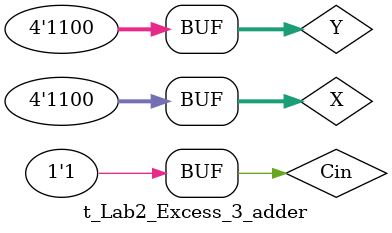
<source format=v>
module t_Lab2_Excess_3_adder;
wire [3:0] Sum;
wire  Cout;
reg [3:0] X,Y;
reg Cin;
Lab2_Excess_3_adder_behavior m0(Sum,Cout,X,Y,Cin);
initial
begin
    X=4'b0011;Y=4'b0011;Cin=0;
#50 X=4'b0011;Y=4'b0011;Cin=1;
#50 X=4'b1000;Y=4'b0111;Cin=0;
#50 X=4'b1000;Y=4'b0111;Cin=1;
#50 X=4'b1100;Y=4'b1100;Cin=0;
#50 X=4'b1100;Y=4'b1100;Cin=1;
end
endmodule

</source>
